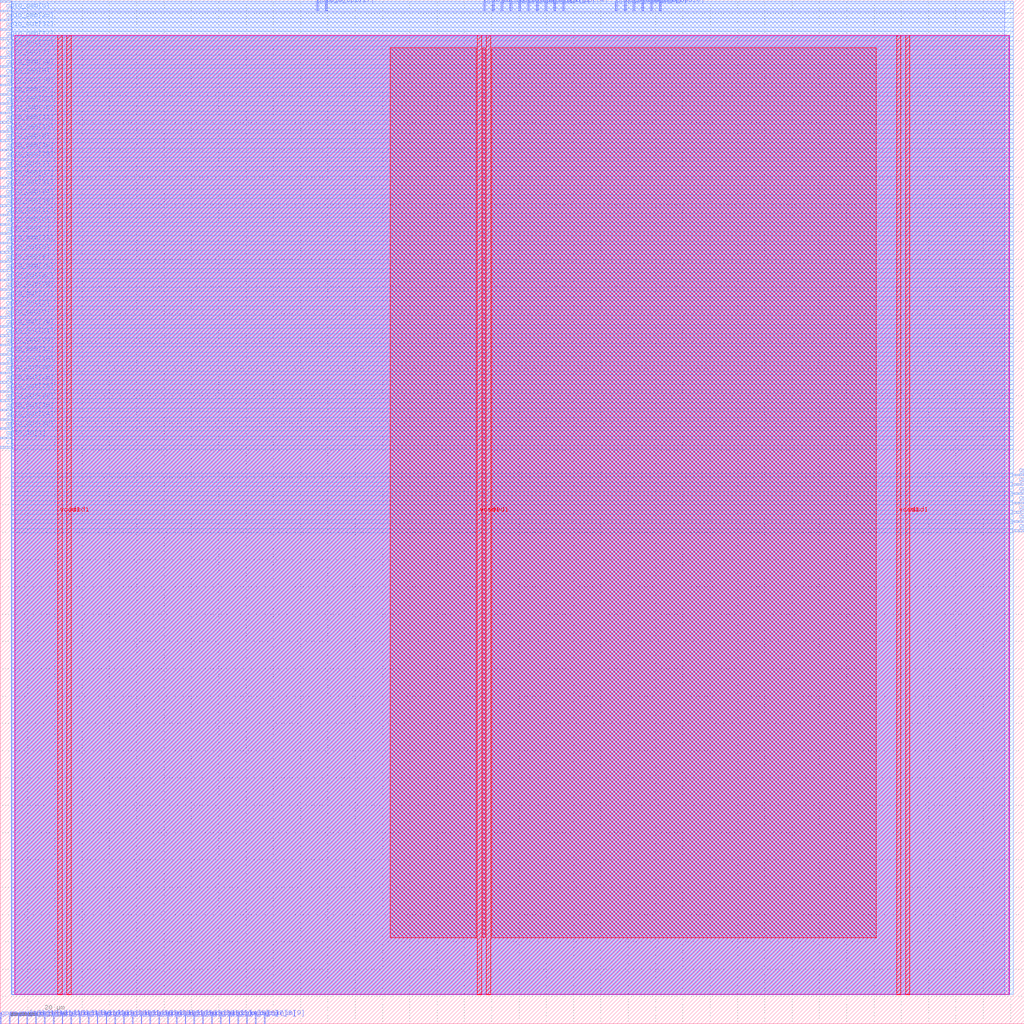
<source format=lef>
VERSION 5.7 ;
  NOWIREEXTENSIONATPIN ON ;
  DIVIDERCHAR "/" ;
  BUSBITCHARS "[]" ;
MACRO team_08
  CLASS BLOCK ;
  FOREIGN team_08 ;
  ORIGIN 0.000 0.000 ;
  SIZE 375.000 BY 375.000 ;
  PIN clk
    DIRECTION INPUT ;
    USE SIGNAL ;
    ANTENNAGATEAREA 0.852000 ;
    ANTENNADIFFAREA 0.434700 ;
    PORT
      LAYER met3 ;
        RECT 0.000 210.840 4.000 211.440 ;
    END
  END clk
  PIN en
    DIRECTION INPUT ;
    USE SIGNAL ;
    ANTENNAGATEAREA 0.196500 ;
    ANTENNADIFFAREA 0.434700 ;
    PORT
      LAYER met2 ;
        RECT 183.630 371.000 183.910 375.000 ;
    END
  END en
  PIN gpio_in[0]
    DIRECTION INPUT ;
    USE SIGNAL ;
    ANTENNAGATEAREA 0.196500 ;
    ANTENNADIFFAREA 0.434700 ;
    PORT
      LAYER met2 ;
        RECT 177.190 371.000 177.470 375.000 ;
    END
  END gpio_in[0]
  PIN gpio_in[10]
    DIRECTION INPUT ;
    USE SIGNAL ;
    PORT
      LAYER met2 ;
        RECT 0.090 0.000 0.370 4.000 ;
    END
  END gpio_in[10]
  PIN gpio_in[11]
    DIRECTION INPUT ;
    USE SIGNAL ;
    PORT
      LAYER met2 ;
        RECT 3.310 0.000 3.590 4.000 ;
    END
  END gpio_in[11]
  PIN gpio_in[12]
    DIRECTION INPUT ;
    USE SIGNAL ;
    PORT
      LAYER met2 ;
        RECT 6.530 0.000 6.810 4.000 ;
    END
  END gpio_in[12]
  PIN gpio_in[13]
    DIRECTION INPUT ;
    USE SIGNAL ;
    PORT
      LAYER met2 ;
        RECT 9.750 0.000 10.030 4.000 ;
    END
  END gpio_in[13]
  PIN gpio_in[14]
    DIRECTION INPUT ;
    USE SIGNAL ;
    PORT
      LAYER met2 ;
        RECT 12.970 0.000 13.250 4.000 ;
    END
  END gpio_in[14]
  PIN gpio_in[15]
    DIRECTION INPUT ;
    USE SIGNAL ;
    PORT
      LAYER met2 ;
        RECT 16.190 0.000 16.470 4.000 ;
    END
  END gpio_in[15]
  PIN gpio_in[16]
    DIRECTION INPUT ;
    USE SIGNAL ;
    PORT
      LAYER met2 ;
        RECT 19.410 0.000 19.690 4.000 ;
    END
  END gpio_in[16]
  PIN gpio_in[17]
    DIRECTION INPUT ;
    USE SIGNAL ;
    PORT
      LAYER met2 ;
        RECT 22.630 0.000 22.910 4.000 ;
    END
  END gpio_in[17]
  PIN gpio_in[18]
    DIRECTION INPUT ;
    USE SIGNAL ;
    PORT
      LAYER met2 ;
        RECT 25.850 0.000 26.130 4.000 ;
    END
  END gpio_in[18]
  PIN gpio_in[19]
    DIRECTION INPUT ;
    USE SIGNAL ;
    PORT
      LAYER met2 ;
        RECT 29.070 0.000 29.350 4.000 ;
    END
  END gpio_in[19]
  PIN gpio_in[1]
    DIRECTION INPUT ;
    USE SIGNAL ;
    ANTENNAGATEAREA 0.196500 ;
    ANTENNADIFFAREA 0.434700 ;
    PORT
      LAYER met3 ;
        RECT 0.000 214.240 4.000 214.840 ;
    END
  END gpio_in[1]
  PIN gpio_in[20]
    DIRECTION INPUT ;
    USE SIGNAL ;
    PORT
      LAYER met2 ;
        RECT 32.290 0.000 32.570 4.000 ;
    END
  END gpio_in[20]
  PIN gpio_in[21]
    DIRECTION INPUT ;
    USE SIGNAL ;
    PORT
      LAYER met2 ;
        RECT 35.510 0.000 35.790 4.000 ;
    END
  END gpio_in[21]
  PIN gpio_in[22]
    DIRECTION INPUT ;
    USE SIGNAL ;
    PORT
      LAYER met2 ;
        RECT 38.730 0.000 39.010 4.000 ;
    END
  END gpio_in[22]
  PIN gpio_in[23]
    DIRECTION INPUT ;
    USE SIGNAL ;
    PORT
      LAYER met2 ;
        RECT 41.950 0.000 42.230 4.000 ;
    END
  END gpio_in[23]
  PIN gpio_in[24]
    DIRECTION INPUT ;
    USE SIGNAL ;
    PORT
      LAYER met2 ;
        RECT 45.170 0.000 45.450 4.000 ;
    END
  END gpio_in[24]
  PIN gpio_in[25]
    DIRECTION INPUT ;
    USE SIGNAL ;
    PORT
      LAYER met2 ;
        RECT 48.390 0.000 48.670 4.000 ;
    END
  END gpio_in[25]
  PIN gpio_in[26]
    DIRECTION INPUT ;
    USE SIGNAL ;
    PORT
      LAYER met2 ;
        RECT 51.610 0.000 51.890 4.000 ;
    END
  END gpio_in[26]
  PIN gpio_in[27]
    DIRECTION INPUT ;
    USE SIGNAL ;
    PORT
      LAYER met2 ;
        RECT 54.830 0.000 55.110 4.000 ;
    END
  END gpio_in[27]
  PIN gpio_in[28]
    DIRECTION INPUT ;
    USE SIGNAL ;
    PORT
      LAYER met2 ;
        RECT 58.050 0.000 58.330 4.000 ;
    END
  END gpio_in[28]
  PIN gpio_in[29]
    DIRECTION INPUT ;
    USE SIGNAL ;
    PORT
      LAYER met2 ;
        RECT 61.270 0.000 61.550 4.000 ;
    END
  END gpio_in[29]
  PIN gpio_in[2]
    DIRECTION INPUT ;
    USE SIGNAL ;
    ANTENNAGATEAREA 0.213000 ;
    ANTENNADIFFAREA 0.434700 ;
    PORT
      LAYER met2 ;
        RECT 202.950 371.000 203.230 375.000 ;
    END
  END gpio_in[2]
  PIN gpio_in[30]
    DIRECTION INPUT ;
    USE SIGNAL ;
    PORT
      LAYER met2 ;
        RECT 64.490 0.000 64.770 4.000 ;
    END
  END gpio_in[30]
  PIN gpio_in[31]
    DIRECTION INPUT ;
    USE SIGNAL ;
    PORT
      LAYER met2 ;
        RECT 67.710 0.000 67.990 4.000 ;
    END
  END gpio_in[31]
  PIN gpio_in[32]
    DIRECTION INPUT ;
    USE SIGNAL ;
    PORT
      LAYER met2 ;
        RECT 70.930 0.000 71.210 4.000 ;
    END
  END gpio_in[32]
  PIN gpio_in[33]
    DIRECTION INPUT ;
    USE SIGNAL ;
    PORT
      LAYER met2 ;
        RECT 74.150 0.000 74.430 4.000 ;
    END
  END gpio_in[33]
  PIN gpio_in[3]
    DIRECTION INPUT ;
    USE SIGNAL ;
    PORT
      LAYER met2 ;
        RECT 77.370 0.000 77.650 4.000 ;
    END
  END gpio_in[3]
  PIN gpio_in[4]
    DIRECTION INPUT ;
    USE SIGNAL ;
    PORT
      LAYER met2 ;
        RECT 80.590 0.000 80.870 4.000 ;
    END
  END gpio_in[4]
  PIN gpio_in[5]
    DIRECTION INPUT ;
    USE SIGNAL ;
    PORT
      LAYER met2 ;
        RECT 83.810 0.000 84.090 4.000 ;
    END
  END gpio_in[5]
  PIN gpio_in[6]
    DIRECTION INPUT ;
    USE SIGNAL ;
    PORT
      LAYER met2 ;
        RECT 87.030 0.000 87.310 4.000 ;
    END
  END gpio_in[6]
  PIN gpio_in[7]
    DIRECTION INPUT ;
    USE SIGNAL ;
    PORT
      LAYER met2 ;
        RECT 90.250 0.000 90.530 4.000 ;
    END
  END gpio_in[7]
  PIN gpio_in[8]
    DIRECTION INPUT ;
    USE SIGNAL ;
    PORT
      LAYER met2 ;
        RECT 93.470 0.000 93.750 4.000 ;
    END
  END gpio_in[8]
  PIN gpio_in[9]
    DIRECTION INPUT ;
    USE SIGNAL ;
    PORT
      LAYER met2 ;
        RECT 96.690 0.000 96.970 4.000 ;
    END
  END gpio_in[9]
  PIN gpio_oeb[0]
    DIRECTION OUTPUT ;
    USE SIGNAL ;
    ANTENNADIFFAREA 0.445500 ;
    PORT
      LAYER met2 ;
        RECT 241.590 371.000 241.870 375.000 ;
    END
  END gpio_oeb[0]
  PIN gpio_oeb[10]
    DIRECTION OUTPUT ;
    USE SIGNAL ;
    ANTENNADIFFAREA 0.445500 ;
    PORT
      LAYER met3 ;
        RECT 0.000 374.040 4.000 374.640 ;
    END
  END gpio_oeb[10]
  PIN gpio_oeb[11]
    DIRECTION OUTPUT ;
    USE SIGNAL ;
    ANTENNADIFFAREA 0.445500 ;
    PORT
      LAYER met3 ;
        RECT 0.000 329.840 4.000 330.440 ;
    END
  END gpio_oeb[11]
  PIN gpio_oeb[12]
    DIRECTION OUTPUT ;
    USE SIGNAL ;
    ANTENNADIFFAREA 0.445500 ;
    PORT
      LAYER met3 ;
        RECT 0.000 295.840 4.000 296.440 ;
    END
  END gpio_oeb[12]
  PIN gpio_oeb[13]
    DIRECTION OUTPUT ;
    USE SIGNAL ;
    ANTENNADIFFAREA 0.445500 ;
    PORT
      LAYER met3 ;
        RECT 0.000 244.840 4.000 245.440 ;
    END
  END gpio_oeb[13]
  PIN gpio_oeb[14]
    DIRECTION OUTPUT ;
    USE SIGNAL ;
    ANTENNADIFFAREA 0.445500 ;
    PORT
      LAYER met3 ;
        RECT 0.000 299.240 4.000 299.840 ;
    END
  END gpio_oeb[14]
  PIN gpio_oeb[15]
    DIRECTION OUTPUT ;
    USE SIGNAL ;
    ANTENNADIFFAREA 0.445500 ;
    PORT
      LAYER met3 ;
        RECT 0.000 326.440 4.000 327.040 ;
    END
  END gpio_oeb[15]
  PIN gpio_oeb[16]
    DIRECTION OUTPUT ;
    USE SIGNAL ;
    ANTENNADIFFAREA 0.445500 ;
    PORT
      LAYER met3 ;
        RECT 0.000 333.240 4.000 333.840 ;
    END
  END gpio_oeb[16]
  PIN gpio_oeb[17]
    DIRECTION OUTPUT ;
    USE SIGNAL ;
    ANTENNADIFFAREA 0.445500 ;
    PORT
      LAYER met3 ;
        RECT 0.000 360.440 4.000 361.040 ;
    END
  END gpio_oeb[17]
  PIN gpio_oeb[18]
    DIRECTION OUTPUT ;
    USE SIGNAL ;
    ANTENNADIFFAREA 0.445500 ;
    PORT
      LAYER met3 ;
        RECT 0.000 343.440 4.000 344.040 ;
    END
  END gpio_oeb[18]
  PIN gpio_oeb[19]
    DIRECTION OUTPUT ;
    USE SIGNAL ;
    ANTENNADIFFAREA 0.445500 ;
    PORT
      LAYER met3 ;
        RECT 0.000 319.640 4.000 320.240 ;
    END
  END gpio_oeb[19]
  PIN gpio_oeb[1]
    DIRECTION OUTPUT ;
    USE SIGNAL ;
    ANTENNADIFFAREA 0.445500 ;
    PORT
      LAYER met2 ;
        RECT 231.930 371.000 232.210 375.000 ;
    END
  END gpio_oeb[1]
  PIN gpio_oeb[20]
    DIRECTION OUTPUT ;
    USE SIGNAL ;
    ANTENNADIFFAREA 0.445500 ;
    PORT
      LAYER met3 ;
        RECT 0.000 340.040 4.000 340.640 ;
    END
  END gpio_oeb[20]
  PIN gpio_oeb[21]
    DIRECTION OUTPUT ;
    USE SIGNAL ;
    ANTENNADIFFAREA 0.445500 ;
    PORT
      LAYER met3 ;
        RECT 0.000 258.440 4.000 259.040 ;
    END
  END gpio_oeb[21]
  PIN gpio_oeb[22]
    DIRECTION OUTPUT ;
    USE SIGNAL ;
    ANTENNADIFFAREA 0.445500 ;
    PORT
      LAYER met3 ;
        RECT 0.000 336.640 4.000 337.240 ;
    END
  END gpio_oeb[22]
  PIN gpio_oeb[23]
    DIRECTION OUTPUT ;
    USE SIGNAL ;
    ANTENNADIFFAREA 0.445500 ;
    PORT
      LAYER met3 ;
        RECT 0.000 285.640 4.000 286.240 ;
    END
  END gpio_oeb[23]
  PIN gpio_oeb[24]
    DIRECTION OUTPUT ;
    USE SIGNAL ;
    ANTENNADIFFAREA 0.445500 ;
    PORT
      LAYER met3 ;
        RECT 0.000 302.640 4.000 303.240 ;
    END
  END gpio_oeb[24]
  PIN gpio_oeb[25]
    DIRECTION OUTPUT ;
    USE SIGNAL ;
    ANTENNADIFFAREA 0.445500 ;
    PORT
      LAYER met3 ;
        RECT 0.000 367.240 4.000 367.840 ;
    END
  END gpio_oeb[25]
  PIN gpio_oeb[26]
    DIRECTION OUTPUT ;
    USE SIGNAL ;
    ANTENNADIFFAREA 0.445500 ;
    PORT
      LAYER met3 ;
        RECT 0.000 275.440 4.000 276.040 ;
    END
  END gpio_oeb[26]
  PIN gpio_oeb[27]
    DIRECTION OUTPUT ;
    USE SIGNAL ;
    ANTENNADIFFAREA 0.445500 ;
    PORT
      LAYER met3 ;
        RECT 0.000 309.440 4.000 310.040 ;
    END
  END gpio_oeb[27]
  PIN gpio_oeb[28]
    DIRECTION OUTPUT ;
    USE SIGNAL ;
    ANTENNADIFFAREA 0.445500 ;
    PORT
      LAYER met3 ;
        RECT 0.000 316.240 4.000 316.840 ;
    END
  END gpio_oeb[28]
  PIN gpio_oeb[29]
    DIRECTION OUTPUT ;
    USE SIGNAL ;
    ANTENNADIFFAREA 0.445500 ;
    PORT
      LAYER met3 ;
        RECT 0.000 248.240 4.000 248.840 ;
    END
  END gpio_oeb[29]
  PIN gpio_oeb[2]
    DIRECTION OUTPUT ;
    USE SIGNAL ;
    ANTENNADIFFAREA 0.445500 ;
    PORT
      LAYER met2 ;
        RECT 235.150 371.000 235.430 375.000 ;
    END
  END gpio_oeb[2]
  PIN gpio_oeb[30]
    DIRECTION OUTPUT ;
    USE SIGNAL ;
    ANTENNADIFFAREA 0.445500 ;
    PORT
      LAYER met3 ;
        RECT 0.000 350.240 4.000 350.840 ;
    END
  END gpio_oeb[30]
  PIN gpio_oeb[31]
    DIRECTION OUTPUT ;
    USE SIGNAL ;
    ANTENNADIFFAREA 0.445500 ;
    PORT
      LAYER met2 ;
        RECT 238.370 371.000 238.650 375.000 ;
    END
  END gpio_oeb[31]
  PIN gpio_oeb[32]
    DIRECTION OUTPUT ;
    USE SIGNAL ;
    ANTENNADIFFAREA 0.445500 ;
    PORT
      LAYER met2 ;
        RECT 225.490 371.000 225.770 375.000 ;
    END
  END gpio_oeb[32]
  PIN gpio_oeb[33]
    DIRECTION OUTPUT ;
    USE SIGNAL ;
    ANTENNADIFFAREA 0.445500 ;
    PORT
      LAYER met2 ;
        RECT 228.710 371.000 228.990 375.000 ;
    END
  END gpio_oeb[33]
  PIN gpio_oeb[3]
    DIRECTION OUTPUT ;
    USE SIGNAL ;
    ANTENNADIFFAREA 0.445500 ;
    PORT
      LAYER met3 ;
        RECT 0.000 289.040 4.000 289.640 ;
    END
  END gpio_oeb[3]
  PIN gpio_oeb[4]
    DIRECTION OUTPUT ;
    USE SIGNAL ;
    ANTENNADIFFAREA 0.445500 ;
    PORT
      LAYER met3 ;
        RECT 0.000 278.840 4.000 279.440 ;
    END
  END gpio_oeb[4]
  PIN gpio_oeb[5]
    DIRECTION OUTPUT ;
    USE SIGNAL ;
    ANTENNADIFFAREA 0.445500 ;
    PORT
      LAYER met3 ;
        RECT 0.000 370.640 4.000 371.240 ;
    END
  END gpio_oeb[5]
  PIN gpio_oeb[6]
    DIRECTION OUTPUT ;
    USE SIGNAL ;
    ANTENNADIFFAREA 0.445500 ;
    PORT
      LAYER met3 ;
        RECT 0.000 292.440 4.000 293.040 ;
    END
  END gpio_oeb[6]
  PIN gpio_oeb[7]
    DIRECTION OUTPUT ;
    USE SIGNAL ;
    ANTENNADIFFAREA 0.445500 ;
    PORT
      LAYER met3 ;
        RECT 0.000 353.640 4.000 354.240 ;
    END
  END gpio_oeb[7]
  PIN gpio_oeb[8]
    DIRECTION OUTPUT ;
    USE SIGNAL ;
    ANTENNADIFFAREA 0.445500 ;
    PORT
      LAYER met3 ;
        RECT 0.000 323.040 4.000 323.640 ;
    END
  END gpio_oeb[8]
  PIN gpio_oeb[9]
    DIRECTION OUTPUT ;
    USE SIGNAL ;
    ANTENNADIFFAREA 0.445500 ;
    PORT
      LAYER met3 ;
        RECT 0.000 346.840 4.000 347.440 ;
    END
  END gpio_oeb[9]
  PIN gpio_out[0]
    DIRECTION OUTPUT ;
    USE SIGNAL ;
    ANTENNADIFFAREA 0.445500 ;
    PORT
      LAYER met3 ;
        RECT 0.000 282.240 4.000 282.840 ;
    END
  END gpio_out[0]
  PIN gpio_out[10]
    DIRECTION OUTPUT ;
    USE SIGNAL ;
    ANTENNADIFFAREA 0.445500 ;
    PORT
      LAYER met3 ;
        RECT 371.000 180.240 375.000 180.840 ;
    END
  END gpio_out[10]
  PIN gpio_out[11]
    DIRECTION OUTPUT ;
    USE SIGNAL ;
    ANTENNADIFFAREA 0.445500 ;
    PORT
      LAYER met3 ;
        RECT 371.000 183.640 375.000 184.240 ;
    END
  END gpio_out[11]
  PIN gpio_out[12]
    DIRECTION OUTPUT ;
    USE SIGNAL ;
    ANTENNADIFFAREA 0.445500 ;
    PORT
      LAYER met3 ;
        RECT 371.000 200.640 375.000 201.240 ;
    END
  END gpio_out[12]
  PIN gpio_out[13]
    DIRECTION OUTPUT ;
    USE SIGNAL ;
    ANTENNADIFFAREA 0.445500 ;
    PORT
      LAYER met3 ;
        RECT 371.000 190.440 375.000 191.040 ;
    END
  END gpio_out[13]
  PIN gpio_out[14]
    DIRECTION OUTPUT ;
    USE SIGNAL ;
    ANTENNADIFFAREA 0.445500 ;
    PORT
      LAYER met3 ;
        RECT 371.000 193.840 375.000 194.440 ;
    END
  END gpio_out[14]
  PIN gpio_out[15]
    DIRECTION OUTPUT ;
    USE SIGNAL ;
    ANTENNADIFFAREA 0.445500 ;
    PORT
      LAYER met3 ;
        RECT 371.000 197.240 375.000 197.840 ;
    END
  END gpio_out[15]
  PIN gpio_out[16]
    DIRECTION OUTPUT ;
    USE SIGNAL ;
    ANTENNADIFFAREA 0.445500 ;
    PORT
      LAYER met3 ;
        RECT 0.000 224.440 4.000 225.040 ;
    END
  END gpio_out[16]
  PIN gpio_out[17]
    DIRECTION OUTPUT ;
    USE SIGNAL ;
    ANTENNADIFFAREA 0.795200 ;
    PORT
      LAYER met2 ;
        RECT 119.230 371.000 119.510 375.000 ;
    END
  END gpio_out[17]
  PIN gpio_out[18]
    DIRECTION OUTPUT ;
    USE SIGNAL ;
    ANTENNADIFFAREA 0.795200 ;
    PORT
      LAYER met2 ;
        RECT 116.010 371.000 116.290 375.000 ;
    END
  END gpio_out[18]
  PIN gpio_out[19]
    DIRECTION OUTPUT ;
    USE SIGNAL ;
    ANTENNADIFFAREA 0.445500 ;
    PORT
      LAYER met3 ;
        RECT 0.000 241.440 4.000 242.040 ;
    END
  END gpio_out[19]
  PIN gpio_out[1]
    DIRECTION OUTPUT ;
    USE SIGNAL ;
    ANTENNADIFFAREA 0.445500 ;
    PORT
      LAYER met3 ;
        RECT 0.000 312.840 4.000 313.440 ;
    END
  END gpio_out[1]
  PIN gpio_out[20]
    DIRECTION OUTPUT ;
    USE SIGNAL ;
    ANTENNADIFFAREA 0.445500 ;
    PORT
      LAYER met3 ;
        RECT 0.000 255.040 4.000 255.640 ;
    END
  END gpio_out[20]
  PIN gpio_out[21]
    DIRECTION OUTPUT ;
    USE SIGNAL ;
    ANTENNADIFFAREA 0.445500 ;
    PORT
      LAYER met3 ;
        RECT 0.000 251.640 4.000 252.240 ;
    END
  END gpio_out[21]
  PIN gpio_out[22]
    DIRECTION OUTPUT ;
    USE SIGNAL ;
    ANTENNADIFFAREA 0.445500 ;
    PORT
      LAYER met3 ;
        RECT 0.000 227.840 4.000 228.440 ;
    END
  END gpio_out[22]
  PIN gpio_out[23]
    DIRECTION OUTPUT ;
    USE SIGNAL ;
    ANTENNADIFFAREA 0.445500 ;
    PORT
      LAYER met3 ;
        RECT 0.000 272.040 4.000 272.640 ;
    END
  END gpio_out[23]
  PIN gpio_out[24]
    DIRECTION OUTPUT ;
    USE SIGNAL ;
    ANTENNADIFFAREA 0.445500 ;
    PORT
      LAYER met3 ;
        RECT 0.000 221.040 4.000 221.640 ;
    END
  END gpio_out[24]
  PIN gpio_out[25]
    DIRECTION OUTPUT ;
    USE SIGNAL ;
    ANTENNADIFFAREA 0.445500 ;
    PORT
      LAYER met3 ;
        RECT 0.000 234.640 4.000 235.240 ;
    END
  END gpio_out[25]
  PIN gpio_out[26]
    DIRECTION OUTPUT ;
    USE SIGNAL ;
    ANTENNADIFFAREA 0.445500 ;
    PORT
      LAYER met3 ;
        RECT 0.000 231.240 4.000 231.840 ;
    END
  END gpio_out[26]
  PIN gpio_out[27]
    DIRECTION OUTPUT ;
    USE SIGNAL ;
    ANTENNADIFFAREA 0.445500 ;
    PORT
      LAYER met3 ;
        RECT 0.000 265.240 4.000 265.840 ;
    END
  END gpio_out[27]
  PIN gpio_out[28]
    DIRECTION OUTPUT ;
    USE SIGNAL ;
    ANTENNADIFFAREA 0.445500 ;
    PORT
      LAYER met3 ;
        RECT 0.000 268.640 4.000 269.240 ;
    END
  END gpio_out[28]
  PIN gpio_out[29]
    DIRECTION OUTPUT ;
    USE SIGNAL ;
    ANTENNADIFFAREA 0.445500 ;
    PORT
      LAYER met3 ;
        RECT 0.000 238.040 4.000 238.640 ;
    END
  END gpio_out[29]
  PIN gpio_out[2]
    DIRECTION OUTPUT ;
    USE SIGNAL ;
    ANTENNADIFFAREA 0.445500 ;
    PORT
      LAYER met3 ;
        RECT 0.000 261.840 4.000 262.440 ;
    END
  END gpio_out[2]
  PIN gpio_out[30]
    DIRECTION OUTPUT ;
    USE SIGNAL ;
    ANTENNADIFFAREA 0.445500 ;
    PORT
      LAYER met3 ;
        RECT 0.000 217.640 4.000 218.240 ;
    END
  END gpio_out[30]
  PIN gpio_out[31]
    DIRECTION OUTPUT ;
    USE SIGNAL ;
    ANTENNADIFFAREA 0.445500 ;
    PORT
      LAYER met3 ;
        RECT 0.000 306.040 4.000 306.640 ;
    END
  END gpio_out[31]
  PIN gpio_out[32]
    DIRECTION OUTPUT ;
    USE SIGNAL ;
    ANTENNADIFFAREA 0.445500 ;
    PORT
      LAYER met3 ;
        RECT 0.000 363.840 4.000 364.440 ;
    END
  END gpio_out[32]
  PIN gpio_out[33]
    DIRECTION OUTPUT ;
    USE SIGNAL ;
    ANTENNADIFFAREA 0.445500 ;
    PORT
      LAYER met3 ;
        RECT 0.000 357.040 4.000 357.640 ;
    END
  END gpio_out[33]
  PIN gpio_out[3]
    DIRECTION OUTPUT ;
    USE SIGNAL ;
    ANTENNADIFFAREA 0.795200 ;
    PORT
      LAYER met2 ;
        RECT 193.290 371.000 193.570 375.000 ;
    END
  END gpio_out[3]
  PIN gpio_out[4]
    DIRECTION OUTPUT ;
    USE SIGNAL ;
    ANTENNADIFFAREA 0.795200 ;
    PORT
      LAYER met2 ;
        RECT 206.170 371.000 206.450 375.000 ;
    END
  END gpio_out[4]
  PIN gpio_out[5]
    DIRECTION OUTPUT ;
    USE SIGNAL ;
    ANTENNADIFFAREA 0.795200 ;
    PORT
      LAYER met2 ;
        RECT 186.850 371.000 187.130 375.000 ;
    END
  END gpio_out[5]
  PIN gpio_out[6]
    DIRECTION OUTPUT ;
    USE SIGNAL ;
    ANTENNADIFFAREA 0.795200 ;
    PORT
      LAYER met2 ;
        RECT 190.070 371.000 190.350 375.000 ;
    END
  END gpio_out[6]
  PIN gpio_out[7]
    DIRECTION OUTPUT ;
    USE SIGNAL ;
    ANTENNADIFFAREA 0.795200 ;
    PORT
      LAYER met2 ;
        RECT 196.510 371.000 196.790 375.000 ;
    END
  END gpio_out[7]
  PIN gpio_out[8]
    DIRECTION OUTPUT ;
    USE SIGNAL ;
    ANTENNADIFFAREA 0.795200 ;
    PORT
      LAYER met2 ;
        RECT 199.730 371.000 200.010 375.000 ;
    END
  END gpio_out[8]
  PIN gpio_out[9]
    DIRECTION OUTPUT ;
    USE SIGNAL ;
    ANTENNADIFFAREA 0.445500 ;
    PORT
      LAYER met3 ;
        RECT 371.000 187.040 375.000 187.640 ;
    END
  END gpio_out[9]
  PIN nrst
    DIRECTION INPUT ;
    USE SIGNAL ;
    ANTENNAGATEAREA 0.196500 ;
    ANTENNADIFFAREA 0.434700 ;
    PORT
      LAYER met2 ;
        RECT 180.410 371.000 180.690 375.000 ;
    END
  END nrst
  PIN vccd1
    DIRECTION INOUT ;
    USE POWER ;
    PORT
      LAYER met4 ;
        RECT 21.040 10.640 22.640 362.000 ;
    END
    PORT
      LAYER met4 ;
        RECT 174.640 10.640 176.240 362.000 ;
    END
    PORT
      LAYER met4 ;
        RECT 328.240 10.640 329.840 362.000 ;
    END
  END vccd1
  PIN vssd1
    DIRECTION INOUT ;
    USE GROUND ;
    PORT
      LAYER met4 ;
        RECT 24.340 10.640 25.940 362.000 ;
    END
    PORT
      LAYER met4 ;
        RECT 177.940 10.640 179.540 362.000 ;
    END
    PORT
      LAYER met4 ;
        RECT 331.540 10.640 333.140 362.000 ;
    END
  END vssd1
  OBS
      LAYER nwell ;
        RECT 5.330 10.795 369.570 361.950 ;
      LAYER li1 ;
        RECT 5.520 10.795 369.380 361.845 ;
      LAYER met1 ;
        RECT 4.210 10.640 369.680 362.000 ;
      LAYER met2 ;
        RECT 4.230 370.720 115.730 374.525 ;
        RECT 116.570 370.720 118.950 374.525 ;
        RECT 119.790 370.720 176.910 374.525 ;
        RECT 177.750 370.720 180.130 374.525 ;
        RECT 180.970 370.720 183.350 374.525 ;
        RECT 184.190 370.720 186.570 374.525 ;
        RECT 187.410 370.720 189.790 374.525 ;
        RECT 190.630 370.720 193.010 374.525 ;
        RECT 193.850 370.720 196.230 374.525 ;
        RECT 197.070 370.720 199.450 374.525 ;
        RECT 200.290 370.720 202.670 374.525 ;
        RECT 203.510 370.720 205.890 374.525 ;
        RECT 206.730 370.720 225.210 374.525 ;
        RECT 226.050 370.720 228.430 374.525 ;
        RECT 229.270 370.720 231.650 374.525 ;
        RECT 232.490 370.720 234.870 374.525 ;
        RECT 235.710 370.720 238.090 374.525 ;
        RECT 238.930 370.720 241.310 374.525 ;
        RECT 242.150 370.720 367.900 374.525 ;
        RECT 4.230 10.695 367.900 370.720 ;
      LAYER met3 ;
        RECT 4.400 373.640 371.000 374.505 ;
        RECT 3.990 371.640 371.000 373.640 ;
        RECT 4.400 370.240 371.000 371.640 ;
        RECT 3.990 368.240 371.000 370.240 ;
        RECT 4.400 366.840 371.000 368.240 ;
        RECT 3.990 364.840 371.000 366.840 ;
        RECT 4.400 363.440 371.000 364.840 ;
        RECT 3.990 361.440 371.000 363.440 ;
        RECT 4.400 360.040 371.000 361.440 ;
        RECT 3.990 358.040 371.000 360.040 ;
        RECT 4.400 356.640 371.000 358.040 ;
        RECT 3.990 354.640 371.000 356.640 ;
        RECT 4.400 353.240 371.000 354.640 ;
        RECT 3.990 351.240 371.000 353.240 ;
        RECT 4.400 349.840 371.000 351.240 ;
        RECT 3.990 347.840 371.000 349.840 ;
        RECT 4.400 346.440 371.000 347.840 ;
        RECT 3.990 344.440 371.000 346.440 ;
        RECT 4.400 343.040 371.000 344.440 ;
        RECT 3.990 341.040 371.000 343.040 ;
        RECT 4.400 339.640 371.000 341.040 ;
        RECT 3.990 337.640 371.000 339.640 ;
        RECT 4.400 336.240 371.000 337.640 ;
        RECT 3.990 334.240 371.000 336.240 ;
        RECT 4.400 332.840 371.000 334.240 ;
        RECT 3.990 330.840 371.000 332.840 ;
        RECT 4.400 329.440 371.000 330.840 ;
        RECT 3.990 327.440 371.000 329.440 ;
        RECT 4.400 326.040 371.000 327.440 ;
        RECT 3.990 324.040 371.000 326.040 ;
        RECT 4.400 322.640 371.000 324.040 ;
        RECT 3.990 320.640 371.000 322.640 ;
        RECT 4.400 319.240 371.000 320.640 ;
        RECT 3.990 317.240 371.000 319.240 ;
        RECT 4.400 315.840 371.000 317.240 ;
        RECT 3.990 313.840 371.000 315.840 ;
        RECT 4.400 312.440 371.000 313.840 ;
        RECT 3.990 310.440 371.000 312.440 ;
        RECT 4.400 309.040 371.000 310.440 ;
        RECT 3.990 307.040 371.000 309.040 ;
        RECT 4.400 305.640 371.000 307.040 ;
        RECT 3.990 303.640 371.000 305.640 ;
        RECT 4.400 302.240 371.000 303.640 ;
        RECT 3.990 300.240 371.000 302.240 ;
        RECT 4.400 298.840 371.000 300.240 ;
        RECT 3.990 296.840 371.000 298.840 ;
        RECT 4.400 295.440 371.000 296.840 ;
        RECT 3.990 293.440 371.000 295.440 ;
        RECT 4.400 292.040 371.000 293.440 ;
        RECT 3.990 290.040 371.000 292.040 ;
        RECT 4.400 288.640 371.000 290.040 ;
        RECT 3.990 286.640 371.000 288.640 ;
        RECT 4.400 285.240 371.000 286.640 ;
        RECT 3.990 283.240 371.000 285.240 ;
        RECT 4.400 281.840 371.000 283.240 ;
        RECT 3.990 279.840 371.000 281.840 ;
        RECT 4.400 278.440 371.000 279.840 ;
        RECT 3.990 276.440 371.000 278.440 ;
        RECT 4.400 275.040 371.000 276.440 ;
        RECT 3.990 273.040 371.000 275.040 ;
        RECT 4.400 271.640 371.000 273.040 ;
        RECT 3.990 269.640 371.000 271.640 ;
        RECT 4.400 268.240 371.000 269.640 ;
        RECT 3.990 266.240 371.000 268.240 ;
        RECT 4.400 264.840 371.000 266.240 ;
        RECT 3.990 262.840 371.000 264.840 ;
        RECT 4.400 261.440 371.000 262.840 ;
        RECT 3.990 259.440 371.000 261.440 ;
        RECT 4.400 258.040 371.000 259.440 ;
        RECT 3.990 256.040 371.000 258.040 ;
        RECT 4.400 254.640 371.000 256.040 ;
        RECT 3.990 252.640 371.000 254.640 ;
        RECT 4.400 251.240 371.000 252.640 ;
        RECT 3.990 249.240 371.000 251.240 ;
        RECT 4.400 247.840 371.000 249.240 ;
        RECT 3.990 245.840 371.000 247.840 ;
        RECT 4.400 244.440 371.000 245.840 ;
        RECT 3.990 242.440 371.000 244.440 ;
        RECT 4.400 241.040 371.000 242.440 ;
        RECT 3.990 239.040 371.000 241.040 ;
        RECT 4.400 237.640 371.000 239.040 ;
        RECT 3.990 235.640 371.000 237.640 ;
        RECT 4.400 234.240 371.000 235.640 ;
        RECT 3.990 232.240 371.000 234.240 ;
        RECT 4.400 230.840 371.000 232.240 ;
        RECT 3.990 228.840 371.000 230.840 ;
        RECT 4.400 227.440 371.000 228.840 ;
        RECT 3.990 225.440 371.000 227.440 ;
        RECT 4.400 224.040 371.000 225.440 ;
        RECT 3.990 222.040 371.000 224.040 ;
        RECT 4.400 220.640 371.000 222.040 ;
        RECT 3.990 218.640 371.000 220.640 ;
        RECT 4.400 217.240 371.000 218.640 ;
        RECT 3.990 215.240 371.000 217.240 ;
        RECT 4.400 213.840 371.000 215.240 ;
        RECT 3.990 211.840 371.000 213.840 ;
        RECT 4.400 210.440 371.000 211.840 ;
        RECT 3.990 201.640 371.000 210.440 ;
        RECT 3.990 200.240 370.600 201.640 ;
        RECT 3.990 198.240 371.000 200.240 ;
        RECT 3.990 196.840 370.600 198.240 ;
        RECT 3.990 194.840 371.000 196.840 ;
        RECT 3.990 193.440 370.600 194.840 ;
        RECT 3.990 191.440 371.000 193.440 ;
        RECT 3.990 190.040 370.600 191.440 ;
        RECT 3.990 188.040 371.000 190.040 ;
        RECT 3.990 186.640 370.600 188.040 ;
        RECT 3.990 184.640 371.000 186.640 ;
        RECT 3.990 183.240 370.600 184.640 ;
        RECT 3.990 181.240 371.000 183.240 ;
        RECT 3.990 179.840 370.600 181.240 ;
        RECT 3.990 10.715 371.000 179.840 ;
      LAYER met4 ;
        RECT 142.895 31.455 174.240 357.505 ;
        RECT 176.640 31.455 177.540 357.505 ;
        RECT 179.940 31.455 320.785 357.505 ;
  END
END team_08
END LIBRARY


</source>
